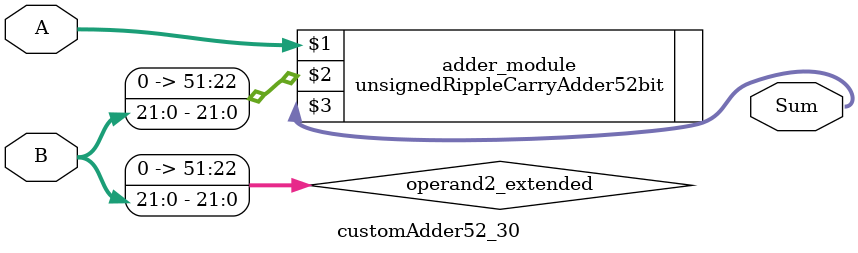
<source format=v>
module customAdder52_30(
                        input [51 : 0] A,
                        input [21 : 0] B,
                        
                        output [52 : 0] Sum
                );

        wire [51 : 0] operand2_extended;
        
        assign operand2_extended =  {30'b0, B};
        
        unsignedRippleCarryAdder52bit adder_module(
            A,
            operand2_extended,
            Sum
        );
        
        endmodule
        
</source>
